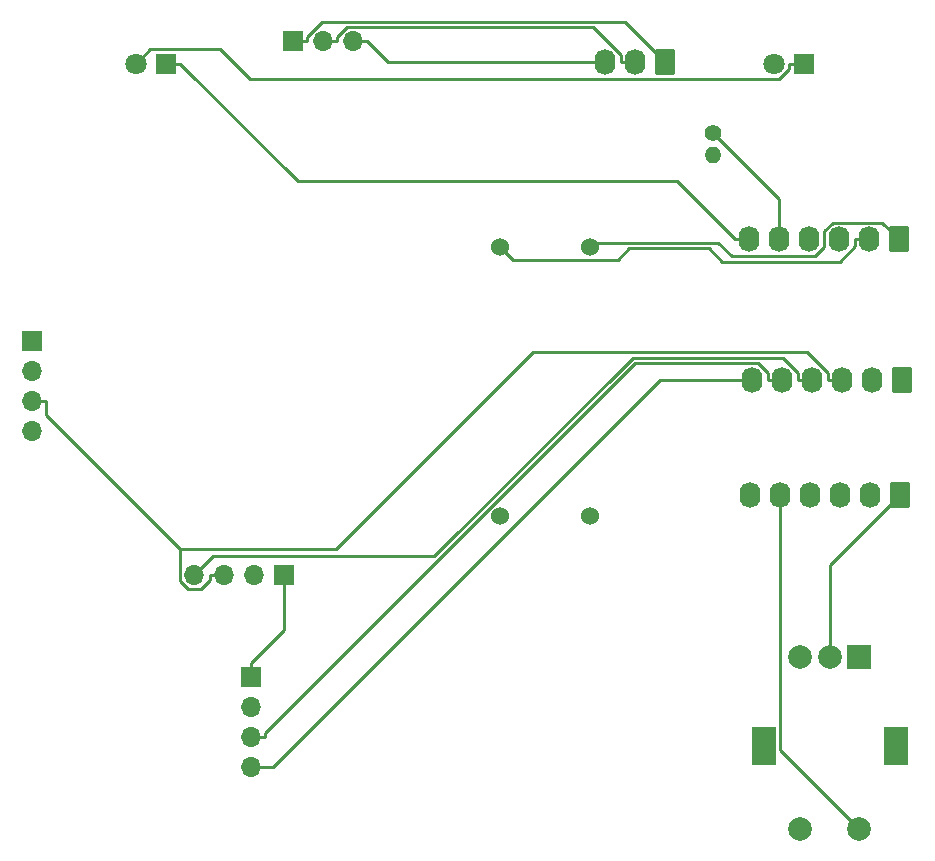
<source format=gbr>
%TF.GenerationSoftware,KiCad,Pcbnew,7.0.9*%
%TF.CreationDate,2023-11-24T15:57:51+10:00*%
%TF.ProjectId,Simmeters Large Guage Replacement,53696d6d-6574-4657-9273-204c61726765,rev?*%
%TF.SameCoordinates,Original*%
%TF.FileFunction,Copper,L2,Bot*%
%TF.FilePolarity,Positive*%
%FSLAX46Y46*%
G04 Gerber Fmt 4.6, Leading zero omitted, Abs format (unit mm)*
G04 Created by KiCad (PCBNEW 7.0.9) date 2023-11-24 15:57:51*
%MOMM*%
%LPD*%
G01*
G04 APERTURE LIST*
G04 Aperture macros list*
%AMRoundRect*
0 Rectangle with rounded corners*
0 $1 Rounding radius*
0 $2 $3 $4 $5 $6 $7 $8 $9 X,Y pos of 4 corners*
0 Add a 4 corners polygon primitive as box body*
4,1,4,$2,$3,$4,$5,$6,$7,$8,$9,$2,$3,0*
0 Add four circle primitives for the rounded corners*
1,1,$1+$1,$2,$3*
1,1,$1+$1,$4,$5*
1,1,$1+$1,$6,$7*
1,1,$1+$1,$8,$9*
0 Add four rect primitives between the rounded corners*
20,1,$1+$1,$2,$3,$4,$5,0*
20,1,$1+$1,$4,$5,$6,$7,0*
20,1,$1+$1,$6,$7,$8,$9,0*
20,1,$1+$1,$8,$9,$2,$3,0*%
G04 Aperture macros list end*
%TA.AperFunction,ComponentPad*%
%ADD10C,1.524000*%
%TD*%
%TA.AperFunction,ComponentPad*%
%ADD11R,2.000000X2.000000*%
%TD*%
%TA.AperFunction,ComponentPad*%
%ADD12C,2.000000*%
%TD*%
%TA.AperFunction,ComponentPad*%
%ADD13R,2.000000X3.200000*%
%TD*%
%TA.AperFunction,ComponentPad*%
%ADD14R,1.700000X1.700000*%
%TD*%
%TA.AperFunction,ComponentPad*%
%ADD15O,1.700000X1.700000*%
%TD*%
%TA.AperFunction,ComponentPad*%
%ADD16C,1.400000*%
%TD*%
%TA.AperFunction,ComponentPad*%
%ADD17O,1.400000X1.400000*%
%TD*%
%TA.AperFunction,ComponentPad*%
%ADD18RoundRect,0.250000X0.620000X0.845000X-0.620000X0.845000X-0.620000X-0.845000X0.620000X-0.845000X0*%
%TD*%
%TA.AperFunction,ComponentPad*%
%ADD19O,1.740000X2.190000*%
%TD*%
%TA.AperFunction,ComponentPad*%
%ADD20R,1.800000X1.800000*%
%TD*%
%TA.AperFunction,ComponentPad*%
%ADD21C,1.800000*%
%TD*%
%TA.AperFunction,Conductor*%
%ADD22C,0.250000*%
%TD*%
G04 APERTURE END LIST*
D10*
%TO.P,M1,1*%
%TO.N,/COIL1*%
X190245100Y-89269600D03*
%TO.P,M1,2,-*%
%TO.N,/COIL2*%
X182545100Y-89269600D03*
%TO.P,M1,3*%
%TO.N,/COIL3*%
X182545100Y-112119600D03*
%TO.P,M1,4*%
%TO.N,/COIL4*%
X190245100Y-112119600D03*
%TD*%
D11*
%TO.P,SW1,A,A*%
%TO.N,/ENCODER-A*%
X213015500Y-124054600D03*
D12*
%TO.P,SW1,B,B*%
%TO.N,/ENCODER B*%
X208015500Y-124054600D03*
%TO.P,SW1,C,C*%
%TO.N,/ENCORDER GND*%
X210515500Y-124054600D03*
D13*
%TO.P,SW1,MP*%
%TO.N,N/C*%
X216115500Y-131554600D03*
X204915500Y-131554600D03*
D12*
%TO.P,SW1,S1,S1*%
%TO.N,/ROW*%
X208015500Y-138554600D03*
%TO.P,SW1,S2,S2*%
%TO.N,/COL*%
X213015500Y-138554600D03*
%TD*%
D14*
%TO.P,DS3,1,Pin_1*%
%TO.N,GND*%
X161502500Y-125728600D03*
D15*
%TO.P,DS3,2,Pin_2*%
%TO.N,+3V3*%
X161502500Y-128268600D03*
%TO.P,DS3,3,Pin_3*%
%TO.N,/SC1*%
X161502500Y-130808600D03*
%TO.P,DS3,4,Pin_4*%
%TO.N,/SD1*%
X161502500Y-133348600D03*
%TD*%
D14*
%TO.P,DS2,1,Pin_1*%
%TO.N,GND*%
X164321500Y-117092600D03*
D15*
%TO.P,DS2,2,Pin_2*%
%TO.N,+3V3*%
X161781500Y-117092600D03*
%TO.P,DS2,3,Pin_3*%
%TO.N,/SC0*%
X159241500Y-117092600D03*
%TO.P,DS2,4,Pin_4*%
%TO.N,/SD0*%
X156701500Y-117092600D03*
%TD*%
D14*
%TO.P,DS1,1,Pin_1*%
%TO.N,GND*%
X142985500Y-97280600D03*
D15*
%TO.P,DS1,2,Pin_2*%
%TO.N,+3V3*%
X142985500Y-99820600D03*
%TO.P,DS1,3,Pin_3*%
%TO.N,/SC0*%
X142985500Y-102360600D03*
%TO.P,DS1,4,Pin_4*%
%TO.N,/SD0*%
X142985500Y-104900600D03*
%TD*%
D14*
%TO.P,J4,1,Pin_1*%
%TO.N,+5V*%
X165083500Y-71880600D03*
D15*
%TO.P,J4,2,Pin_2*%
%TO.N,/ZERO_DETECT*%
X167623500Y-71880600D03*
%TO.P,J4,3,Pin_3*%
%TO.N,GND*%
X170163500Y-71880600D03*
%TD*%
D16*
%TO.P,R1,1*%
%TO.N,/BACKLIGHT_+12V*%
X200643500Y-79632600D03*
D17*
%TO.P,R1,2*%
%TO.N,Net-(D1-A)*%
X200643500Y-81532600D03*
%TD*%
D18*
%TO.P,J1,1,Pin_1*%
%TO.N,GND*%
X216645500Y-100582600D03*
D19*
%TO.P,J1,2,Pin_2*%
%TO.N,+3V3*%
X214105500Y-100582600D03*
%TO.P,J1,3,Pin_3*%
%TO.N,/SC0*%
X211565500Y-100582600D03*
%TO.P,J1,4,Pin_4*%
%TO.N,/SD0*%
X209025500Y-100582600D03*
%TO.P,J1,5,Pin_5*%
%TO.N,/SC1*%
X206485500Y-100582600D03*
%TO.P,J1,6,Pin_6*%
%TO.N,/SD1*%
X203945500Y-100582600D03*
%TD*%
D18*
%TO.P,J2,1,Pin_1*%
%TO.N,/COIL1*%
X216391500Y-88664600D03*
D19*
%TO.P,J2,2,Pin_2*%
%TO.N,/COIL2*%
X213851500Y-88664600D03*
%TO.P,J2,3,Pin_3*%
%TO.N,/COIL3*%
X211311500Y-88664600D03*
%TO.P,J2,4,Pin_4*%
%TO.N,/COIL4*%
X208771500Y-88664600D03*
%TO.P,J2,5,Pin_5*%
%TO.N,/BACKLIGHT_+12V*%
X206231500Y-88664600D03*
%TO.P,J2,6,Pin_6*%
%TO.N,/BACKLIGHT_GND*%
X203691500Y-88664600D03*
%TD*%
D20*
%TO.P,D2,1,K*%
%TO.N,/BACKLIGHT_GND*%
X154290500Y-73774600D03*
D21*
%TO.P,D2,2,A*%
%TO.N,Net-(D1-K)*%
X151750500Y-73774600D03*
%TD*%
D18*
%TO.P,J3,1,Pin_1*%
%TO.N,/ENCORDER GND*%
X216485500Y-110284600D03*
D19*
%TO.P,J3,2,Pin_2*%
%TO.N,/ENCODER-A*%
X213945500Y-110284600D03*
%TO.P,J3,3,Pin_3*%
%TO.N,/ENCODER B*%
X211405500Y-110284600D03*
%TO.P,J3,4,Pin_4*%
%TO.N,/ROW*%
X208865500Y-110284600D03*
%TO.P,J3,5,Pin_5*%
%TO.N,/COL*%
X206325500Y-110284600D03*
%TO.P,J3,6,Pin_6*%
%TO.N,unconnected-(J3-Pin_6-Pad6)*%
X203785500Y-110284600D03*
%TD*%
D20*
%TO.P,D1,1,K*%
%TO.N,Net-(D1-K)*%
X208290500Y-73774600D03*
D21*
%TO.P,D1,2,A*%
%TO.N,Net-(D1-A)*%
X205750500Y-73774600D03*
%TD*%
D18*
%TO.P,J5,1,Pin_1*%
%TO.N,+5V*%
X196579500Y-73658600D03*
D19*
%TO.P,J5,2,Pin_2*%
%TO.N,/ZERO_DETECT*%
X194039500Y-73658600D03*
%TO.P,J5,3,Pin_3*%
%TO.N,GND*%
X191499500Y-73658600D03*
%TD*%
D22*
%TO.N,/ZERO_DETECT*%
X194039500Y-73658600D02*
X192844200Y-73658600D01*
X167623500Y-71880600D02*
X168798800Y-71880600D01*
X192844200Y-73061000D02*
X192844200Y-73658600D01*
X190488500Y-70705300D02*
X192844200Y-73061000D01*
X169606700Y-70705300D02*
X190488500Y-70705300D01*
X168798800Y-71513200D02*
X169606700Y-70705300D01*
X168798800Y-71880600D02*
X168798800Y-71513200D01*
%TO.N,+5V*%
X166258800Y-71513300D02*
X166258800Y-71880600D01*
X167523800Y-70248300D02*
X166258800Y-71513300D01*
X193169200Y-70248300D02*
X167523800Y-70248300D01*
X196579500Y-73658600D02*
X193169200Y-70248300D01*
X165083500Y-71880600D02*
X166258800Y-71880600D01*
%TO.N,/SD1*%
X163350600Y-133348600D02*
X161502500Y-133348600D01*
X196116600Y-100582600D02*
X163350600Y-133348600D01*
X203945500Y-100582600D02*
X196116600Y-100582600D01*
%TO.N,/SC1*%
X162677800Y-130441500D02*
X162677800Y-130808600D01*
X193991300Y-99128000D02*
X162677800Y-130441500D01*
X204433200Y-99128000D02*
X193991300Y-99128000D01*
X205290200Y-99985000D02*
X204433200Y-99128000D01*
X205290200Y-100582600D02*
X205290200Y-99985000D01*
X206485500Y-100582600D02*
X205290200Y-100582600D01*
X161502500Y-130808600D02*
X162677800Y-130808600D01*
%TO.N,/SD0*%
X158323000Y-115471100D02*
X156701500Y-117092600D01*
X177011100Y-115471100D02*
X158323000Y-115471100D01*
X193804600Y-98677600D02*
X177011100Y-115471100D01*
X206522800Y-98677600D02*
X193804600Y-98677600D01*
X207830200Y-99985000D02*
X206522800Y-98677600D01*
X207830200Y-100582600D02*
X207830200Y-99985000D01*
X209025500Y-100582600D02*
X207830200Y-100582600D01*
%TO.N,/SC0*%
X211565500Y-100582600D02*
X210370200Y-100582600D01*
X144160800Y-103535900D02*
X155518100Y-114893200D01*
X144160800Y-102360600D02*
X144160800Y-103535900D01*
X158066200Y-117460000D02*
X158066200Y-117092600D01*
X157258300Y-118267900D02*
X158066200Y-117460000D01*
X156202300Y-118267900D02*
X157258300Y-118267900D01*
X155518100Y-117583700D02*
X156202300Y-118267900D01*
X155518100Y-114893200D02*
X155518100Y-117583700D01*
X142985500Y-102360600D02*
X144160800Y-102360600D01*
X168679500Y-114893200D02*
X155518100Y-114893200D01*
X185345500Y-98227200D02*
X168679500Y-114893200D01*
X208612400Y-98227200D02*
X185345500Y-98227200D01*
X210370200Y-99985000D02*
X208612400Y-98227200D01*
X210370200Y-100582600D02*
X210370200Y-99985000D01*
X159241500Y-117092600D02*
X158066200Y-117092600D01*
%TO.N,GND*%
X173116800Y-73658600D02*
X171338800Y-71880600D01*
X191499500Y-73658600D02*
X173116800Y-73658600D01*
X170163500Y-71880600D02*
X171338800Y-71880600D01*
X164321500Y-121734300D02*
X161502500Y-124553300D01*
X164321500Y-117092600D02*
X164321500Y-121734300D01*
X161502500Y-125728600D02*
X161502500Y-124553300D01*
%TO.N,/COL*%
X206325500Y-131864600D02*
X213015500Y-138554600D01*
X206325500Y-110284600D02*
X206325500Y-131864600D01*
%TO.N,/ENCORDER GND*%
X210515500Y-116254600D02*
X210515500Y-124054600D01*
X216485500Y-110284600D02*
X210515500Y-116254600D01*
%TO.N,/BACKLIGHT_+12V*%
X206231500Y-85220600D02*
X200643500Y-79632600D01*
X206231500Y-88664600D02*
X206231500Y-85220600D01*
%TO.N,/BACKLIGHT_GND*%
X197568300Y-83736700D02*
X202496200Y-88664600D01*
X165477900Y-83736700D02*
X197568300Y-83736700D01*
X155515800Y-73774600D02*
X165477900Y-83736700D01*
X154290500Y-73774600D02*
X155515800Y-73774600D01*
X203691500Y-88664600D02*
X202496200Y-88664600D01*
%TO.N,Net-(D1-K)*%
X152975900Y-72549200D02*
X151750500Y-73774600D01*
X158894200Y-72549200D02*
X152975900Y-72549200D01*
X161424800Y-75079800D02*
X158894200Y-72549200D01*
X206219500Y-75079800D02*
X161424800Y-75079800D01*
X207065200Y-74234100D02*
X206219500Y-75079800D01*
X207065200Y-73774600D02*
X207065200Y-74234100D01*
X208290500Y-73774600D02*
X207065200Y-73774600D01*
%TO.N,/COIL1*%
X190585800Y-88928900D02*
X190245100Y-89269600D01*
X201060300Y-88928900D02*
X190585800Y-88928900D01*
X202227400Y-90096000D02*
X201060300Y-88928900D01*
X209270400Y-90096000D02*
X202227400Y-90096000D01*
X210041500Y-89324900D02*
X209270400Y-90096000D01*
X210041500Y-87946600D02*
X210041500Y-89324900D01*
X210755700Y-87232400D02*
X210041500Y-87946600D01*
X214959300Y-87232400D02*
X210755700Y-87232400D01*
X216391500Y-88664600D02*
X214959300Y-87232400D01*
%TO.N,/COIL2*%
X183642300Y-90366800D02*
X182545100Y-89269600D01*
X192569000Y-90366800D02*
X183642300Y-90366800D01*
X193520600Y-89415200D02*
X192569000Y-90366800D01*
X200272800Y-89415200D02*
X193520600Y-89415200D01*
X201404000Y-90546400D02*
X200272800Y-89415200D01*
X211372000Y-90546400D02*
X201404000Y-90546400D01*
X212656200Y-89262200D02*
X211372000Y-90546400D01*
X212656200Y-88664600D02*
X212656200Y-89262200D01*
X213851500Y-88664600D02*
X212656200Y-88664600D01*
%TD*%
M02*

</source>
